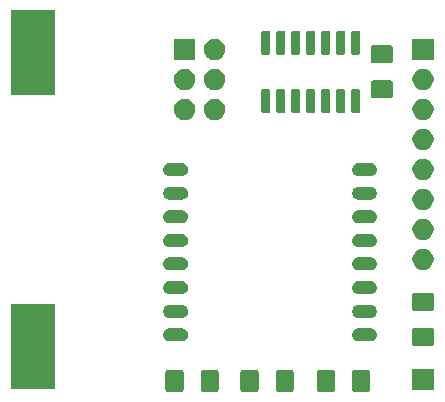
<source format=gbr>
G04 #@! TF.GenerationSoftware,KiCad,Pcbnew,5.1.5*
G04 #@! TF.CreationDate,2020-01-01T11:05:53+01:00*
G04 #@! TF.ProjectId,LORA_ATTINY84,4c4f5241-5f41-4545-9449-4e5938342e6b,rev?*
G04 #@! TF.SameCoordinates,Original*
G04 #@! TF.FileFunction,Soldermask,Top*
G04 #@! TF.FilePolarity,Negative*
%FSLAX46Y46*%
G04 Gerber Fmt 4.6, Leading zero omitted, Abs format (unit mm)*
G04 Created by KiCad (PCBNEW 5.1.5) date 2020-01-01 11:05:53*
%MOMM*%
%LPD*%
G04 APERTURE LIST*
%ADD10C,0.100000*%
G04 APERTURE END LIST*
D10*
G36*
X78427562Y-75405181D02*
G01*
X78462481Y-75415774D01*
X78494663Y-75432976D01*
X78522873Y-75456127D01*
X78546024Y-75484337D01*
X78563226Y-75516519D01*
X78573819Y-75551438D01*
X78578000Y-75593895D01*
X78578000Y-77060105D01*
X78573819Y-77102562D01*
X78563226Y-77137481D01*
X78546024Y-77169663D01*
X78522873Y-77197873D01*
X78494663Y-77221024D01*
X78462481Y-77238226D01*
X78427562Y-77248819D01*
X78385105Y-77253000D01*
X77243895Y-77253000D01*
X77201438Y-77248819D01*
X77166519Y-77238226D01*
X77134337Y-77221024D01*
X77106127Y-77197873D01*
X77082976Y-77169663D01*
X77065774Y-77137481D01*
X77055181Y-77102562D01*
X77051000Y-77060105D01*
X77051000Y-75593895D01*
X77055181Y-75551438D01*
X77065774Y-75516519D01*
X77082976Y-75484337D01*
X77106127Y-75456127D01*
X77134337Y-75432976D01*
X77166519Y-75415774D01*
X77201438Y-75405181D01*
X77243895Y-75401000D01*
X78385105Y-75401000D01*
X78427562Y-75405181D01*
G37*
G36*
X81929562Y-75405181D02*
G01*
X81964481Y-75415774D01*
X81996663Y-75432976D01*
X82024873Y-75456127D01*
X82048024Y-75484337D01*
X82065226Y-75516519D01*
X82075819Y-75551438D01*
X82080000Y-75593895D01*
X82080000Y-77060105D01*
X82075819Y-77102562D01*
X82065226Y-77137481D01*
X82048024Y-77169663D01*
X82024873Y-77197873D01*
X81996663Y-77221024D01*
X81964481Y-77238226D01*
X81929562Y-77248819D01*
X81887105Y-77253000D01*
X80745895Y-77253000D01*
X80703438Y-77248819D01*
X80668519Y-77238226D01*
X80636337Y-77221024D01*
X80608127Y-77197873D01*
X80584976Y-77169663D01*
X80567774Y-77137481D01*
X80557181Y-77102562D01*
X80553000Y-77060105D01*
X80553000Y-75593895D01*
X80557181Y-75551438D01*
X80567774Y-75516519D01*
X80584976Y-75484337D01*
X80608127Y-75456127D01*
X80636337Y-75432976D01*
X80668519Y-75415774D01*
X80703438Y-75405181D01*
X80745895Y-75401000D01*
X81887105Y-75401000D01*
X81929562Y-75405181D01*
G37*
G36*
X84904562Y-75405181D02*
G01*
X84939481Y-75415774D01*
X84971663Y-75432976D01*
X84999873Y-75456127D01*
X85023024Y-75484337D01*
X85040226Y-75516519D01*
X85050819Y-75551438D01*
X85055000Y-75593895D01*
X85055000Y-77060105D01*
X85050819Y-77102562D01*
X85040226Y-77137481D01*
X85023024Y-77169663D01*
X84999873Y-77197873D01*
X84971663Y-77221024D01*
X84939481Y-77238226D01*
X84904562Y-77248819D01*
X84862105Y-77253000D01*
X83720895Y-77253000D01*
X83678438Y-77248819D01*
X83643519Y-77238226D01*
X83611337Y-77221024D01*
X83583127Y-77197873D01*
X83559976Y-77169663D01*
X83542774Y-77137481D01*
X83532181Y-77102562D01*
X83528000Y-77060105D01*
X83528000Y-75593895D01*
X83532181Y-75551438D01*
X83542774Y-75516519D01*
X83559976Y-75484337D01*
X83583127Y-75456127D01*
X83611337Y-75432976D01*
X83643519Y-75415774D01*
X83678438Y-75405181D01*
X83720895Y-75401000D01*
X84862105Y-75401000D01*
X84904562Y-75405181D01*
G37*
G36*
X69102562Y-75405181D02*
G01*
X69137481Y-75415774D01*
X69169663Y-75432976D01*
X69197873Y-75456127D01*
X69221024Y-75484337D01*
X69238226Y-75516519D01*
X69248819Y-75551438D01*
X69253000Y-75593895D01*
X69253000Y-77060105D01*
X69248819Y-77102562D01*
X69238226Y-77137481D01*
X69221024Y-77169663D01*
X69197873Y-77197873D01*
X69169663Y-77221024D01*
X69137481Y-77238226D01*
X69102562Y-77248819D01*
X69060105Y-77253000D01*
X67918895Y-77253000D01*
X67876438Y-77248819D01*
X67841519Y-77238226D01*
X67809337Y-77221024D01*
X67781127Y-77197873D01*
X67757976Y-77169663D01*
X67740774Y-77137481D01*
X67730181Y-77102562D01*
X67726000Y-77060105D01*
X67726000Y-75593895D01*
X67730181Y-75551438D01*
X67740774Y-75516519D01*
X67757976Y-75484337D01*
X67781127Y-75456127D01*
X67809337Y-75432976D01*
X67841519Y-75415774D01*
X67876438Y-75405181D01*
X67918895Y-75401000D01*
X69060105Y-75401000D01*
X69102562Y-75405181D01*
G37*
G36*
X75452562Y-75405181D02*
G01*
X75487481Y-75415774D01*
X75519663Y-75432976D01*
X75547873Y-75456127D01*
X75571024Y-75484337D01*
X75588226Y-75516519D01*
X75598819Y-75551438D01*
X75603000Y-75593895D01*
X75603000Y-77060105D01*
X75598819Y-77102562D01*
X75588226Y-77137481D01*
X75571024Y-77169663D01*
X75547873Y-77197873D01*
X75519663Y-77221024D01*
X75487481Y-77238226D01*
X75452562Y-77248819D01*
X75410105Y-77253000D01*
X74268895Y-77253000D01*
X74226438Y-77248819D01*
X74191519Y-77238226D01*
X74159337Y-77221024D01*
X74131127Y-77197873D01*
X74107976Y-77169663D01*
X74090774Y-77137481D01*
X74080181Y-77102562D01*
X74076000Y-77060105D01*
X74076000Y-75593895D01*
X74080181Y-75551438D01*
X74090774Y-75516519D01*
X74107976Y-75484337D01*
X74131127Y-75456127D01*
X74159337Y-75432976D01*
X74191519Y-75415774D01*
X74226438Y-75405181D01*
X74268895Y-75401000D01*
X75410105Y-75401000D01*
X75452562Y-75405181D01*
G37*
G36*
X72077562Y-75405181D02*
G01*
X72112481Y-75415774D01*
X72144663Y-75432976D01*
X72172873Y-75456127D01*
X72196024Y-75484337D01*
X72213226Y-75516519D01*
X72223819Y-75551438D01*
X72228000Y-75593895D01*
X72228000Y-77060105D01*
X72223819Y-77102562D01*
X72213226Y-77137481D01*
X72196024Y-77169663D01*
X72172873Y-77197873D01*
X72144663Y-77221024D01*
X72112481Y-77238226D01*
X72077562Y-77248819D01*
X72035105Y-77253000D01*
X70893895Y-77253000D01*
X70851438Y-77248819D01*
X70816519Y-77238226D01*
X70784337Y-77221024D01*
X70756127Y-77197873D01*
X70732976Y-77169663D01*
X70715774Y-77137481D01*
X70705181Y-77102562D01*
X70701000Y-77060105D01*
X70701000Y-75593895D01*
X70705181Y-75551438D01*
X70715774Y-75516519D01*
X70732976Y-75484337D01*
X70756127Y-75456127D01*
X70784337Y-75432976D01*
X70816519Y-75415774D01*
X70851438Y-75405181D01*
X70893895Y-75401000D01*
X72035105Y-75401000D01*
X72077562Y-75405181D01*
G37*
G36*
X90436000Y-77101000D02*
G01*
X88634000Y-77101000D01*
X88634000Y-75299000D01*
X90436000Y-75299000D01*
X90436000Y-77101000D01*
G37*
G36*
X58366000Y-77007000D02*
G01*
X54664000Y-77007000D01*
X54664000Y-69805000D01*
X58366000Y-69805000D01*
X58366000Y-77007000D01*
G37*
G36*
X90310562Y-71848181D02*
G01*
X90345481Y-71858774D01*
X90377663Y-71875976D01*
X90405873Y-71899127D01*
X90429024Y-71927337D01*
X90446226Y-71959519D01*
X90456819Y-71994438D01*
X90461000Y-72036895D01*
X90461000Y-73178105D01*
X90456819Y-73220562D01*
X90446226Y-73255481D01*
X90429024Y-73287663D01*
X90405873Y-73315873D01*
X90377663Y-73339024D01*
X90345481Y-73356226D01*
X90310562Y-73366819D01*
X90268105Y-73371000D01*
X88801895Y-73371000D01*
X88759438Y-73366819D01*
X88724519Y-73356226D01*
X88692337Y-73339024D01*
X88664127Y-73315873D01*
X88640976Y-73287663D01*
X88623774Y-73255481D01*
X88613181Y-73220562D01*
X88609000Y-73178105D01*
X88609000Y-72036895D01*
X88613181Y-71994438D01*
X88623774Y-71959519D01*
X88640976Y-71927337D01*
X88664127Y-71899127D01*
X88692337Y-71875976D01*
X88724519Y-71858774D01*
X88759438Y-71848181D01*
X88801895Y-71844000D01*
X90268105Y-71844000D01*
X90310562Y-71848181D01*
G37*
G36*
X69188015Y-71876973D02*
G01*
X69291879Y-71908479D01*
X69318044Y-71922465D01*
X69387600Y-71959643D01*
X69471501Y-72028499D01*
X69540357Y-72112400D01*
X69576995Y-72180945D01*
X69591521Y-72208121D01*
X69623027Y-72311985D01*
X69633666Y-72420000D01*
X69623027Y-72528015D01*
X69591521Y-72631879D01*
X69591519Y-72631882D01*
X69540357Y-72727600D01*
X69471501Y-72811501D01*
X69387600Y-72880357D01*
X69319055Y-72916995D01*
X69291879Y-72931521D01*
X69188015Y-72963027D01*
X69107067Y-72971000D01*
X68052933Y-72971000D01*
X67971985Y-72963027D01*
X67868121Y-72931521D01*
X67840945Y-72916995D01*
X67772400Y-72880357D01*
X67688499Y-72811501D01*
X67619643Y-72727600D01*
X67568481Y-72631882D01*
X67568479Y-72631879D01*
X67536973Y-72528015D01*
X67526334Y-72420000D01*
X67536973Y-72311985D01*
X67568479Y-72208121D01*
X67583005Y-72180945D01*
X67619643Y-72112400D01*
X67688499Y-72028499D01*
X67772400Y-71959643D01*
X67841956Y-71922465D01*
X67868121Y-71908479D01*
X67971985Y-71876973D01*
X68052933Y-71869000D01*
X69107067Y-71869000D01*
X69188015Y-71876973D01*
G37*
G36*
X85188015Y-71876973D02*
G01*
X85291879Y-71908479D01*
X85318044Y-71922465D01*
X85387600Y-71959643D01*
X85471501Y-72028499D01*
X85540357Y-72112400D01*
X85576995Y-72180945D01*
X85591521Y-72208121D01*
X85623027Y-72311985D01*
X85633666Y-72420000D01*
X85623027Y-72528015D01*
X85591521Y-72631879D01*
X85591519Y-72631882D01*
X85540357Y-72727600D01*
X85471501Y-72811501D01*
X85387600Y-72880357D01*
X85319055Y-72916995D01*
X85291879Y-72931521D01*
X85188015Y-72963027D01*
X85107067Y-72971000D01*
X84052933Y-72971000D01*
X83971985Y-72963027D01*
X83868121Y-72931521D01*
X83840945Y-72916995D01*
X83772400Y-72880357D01*
X83688499Y-72811501D01*
X83619643Y-72727600D01*
X83568481Y-72631882D01*
X83568479Y-72631879D01*
X83536973Y-72528015D01*
X83526334Y-72420000D01*
X83536973Y-72311985D01*
X83568479Y-72208121D01*
X83583005Y-72180945D01*
X83619643Y-72112400D01*
X83688499Y-72028499D01*
X83772400Y-71959643D01*
X83841956Y-71922465D01*
X83868121Y-71908479D01*
X83971985Y-71876973D01*
X84052933Y-71869000D01*
X85107067Y-71869000D01*
X85188015Y-71876973D01*
G37*
G36*
X69188015Y-69876973D02*
G01*
X69291879Y-69908479D01*
X69319055Y-69923005D01*
X69387600Y-69959643D01*
X69471501Y-70028499D01*
X69540357Y-70112400D01*
X69548751Y-70128105D01*
X69591521Y-70208121D01*
X69623027Y-70311985D01*
X69633666Y-70420000D01*
X69623027Y-70528015D01*
X69591521Y-70631879D01*
X69591519Y-70631882D01*
X69540357Y-70727600D01*
X69471501Y-70811501D01*
X69387600Y-70880357D01*
X69319055Y-70916995D01*
X69291879Y-70931521D01*
X69188015Y-70963027D01*
X69107067Y-70971000D01*
X68052933Y-70971000D01*
X67971985Y-70963027D01*
X67868121Y-70931521D01*
X67840945Y-70916995D01*
X67772400Y-70880357D01*
X67688499Y-70811501D01*
X67619643Y-70727600D01*
X67568481Y-70631882D01*
X67568479Y-70631879D01*
X67536973Y-70528015D01*
X67526334Y-70420000D01*
X67536973Y-70311985D01*
X67568479Y-70208121D01*
X67611249Y-70128105D01*
X67619643Y-70112400D01*
X67688499Y-70028499D01*
X67772400Y-69959643D01*
X67840945Y-69923005D01*
X67868121Y-69908479D01*
X67971985Y-69876973D01*
X68052933Y-69869000D01*
X69107067Y-69869000D01*
X69188015Y-69876973D01*
G37*
G36*
X85188015Y-69876973D02*
G01*
X85291879Y-69908479D01*
X85319055Y-69923005D01*
X85387600Y-69959643D01*
X85471501Y-70028499D01*
X85540357Y-70112400D01*
X85548751Y-70128105D01*
X85591521Y-70208121D01*
X85623027Y-70311985D01*
X85633666Y-70420000D01*
X85623027Y-70528015D01*
X85591521Y-70631879D01*
X85591519Y-70631882D01*
X85540357Y-70727600D01*
X85471501Y-70811501D01*
X85387600Y-70880357D01*
X85319055Y-70916995D01*
X85291879Y-70931521D01*
X85188015Y-70963027D01*
X85107067Y-70971000D01*
X84052933Y-70971000D01*
X83971985Y-70963027D01*
X83868121Y-70931521D01*
X83840945Y-70916995D01*
X83772400Y-70880357D01*
X83688499Y-70811501D01*
X83619643Y-70727600D01*
X83568481Y-70631882D01*
X83568479Y-70631879D01*
X83536973Y-70528015D01*
X83526334Y-70420000D01*
X83536973Y-70311985D01*
X83568479Y-70208121D01*
X83611249Y-70128105D01*
X83619643Y-70112400D01*
X83688499Y-70028499D01*
X83772400Y-69959643D01*
X83840945Y-69923005D01*
X83868121Y-69908479D01*
X83971985Y-69876973D01*
X84052933Y-69869000D01*
X85107067Y-69869000D01*
X85188015Y-69876973D01*
G37*
G36*
X90310562Y-68873181D02*
G01*
X90345481Y-68883774D01*
X90377663Y-68900976D01*
X90405873Y-68924127D01*
X90429024Y-68952337D01*
X90446226Y-68984519D01*
X90456819Y-69019438D01*
X90461000Y-69061895D01*
X90461000Y-70203105D01*
X90456819Y-70245562D01*
X90446226Y-70280481D01*
X90429024Y-70312663D01*
X90405873Y-70340873D01*
X90377663Y-70364024D01*
X90345481Y-70381226D01*
X90310562Y-70391819D01*
X90268105Y-70396000D01*
X88801895Y-70396000D01*
X88759438Y-70391819D01*
X88724519Y-70381226D01*
X88692337Y-70364024D01*
X88664127Y-70340873D01*
X88640976Y-70312663D01*
X88623774Y-70280481D01*
X88613181Y-70245562D01*
X88609000Y-70203105D01*
X88609000Y-69061895D01*
X88613181Y-69019438D01*
X88623774Y-68984519D01*
X88640976Y-68952337D01*
X88664127Y-68924127D01*
X88692337Y-68900976D01*
X88724519Y-68883774D01*
X88759438Y-68873181D01*
X88801895Y-68869000D01*
X90268105Y-68869000D01*
X90310562Y-68873181D01*
G37*
G36*
X85188015Y-67876973D02*
G01*
X85291879Y-67908479D01*
X85319055Y-67923005D01*
X85387600Y-67959643D01*
X85471501Y-68028499D01*
X85540357Y-68112400D01*
X85576995Y-68180945D01*
X85591521Y-68208121D01*
X85623027Y-68311985D01*
X85633666Y-68420000D01*
X85623027Y-68528015D01*
X85591521Y-68631879D01*
X85591519Y-68631882D01*
X85540357Y-68727600D01*
X85471501Y-68811501D01*
X85387600Y-68880357D01*
X85324381Y-68914148D01*
X85291879Y-68931521D01*
X85188015Y-68963027D01*
X85107067Y-68971000D01*
X84052933Y-68971000D01*
X83971985Y-68963027D01*
X83868121Y-68931521D01*
X83835619Y-68914148D01*
X83772400Y-68880357D01*
X83688499Y-68811501D01*
X83619643Y-68727600D01*
X83568481Y-68631882D01*
X83568479Y-68631879D01*
X83536973Y-68528015D01*
X83526334Y-68420000D01*
X83536973Y-68311985D01*
X83568479Y-68208121D01*
X83583005Y-68180945D01*
X83619643Y-68112400D01*
X83688499Y-68028499D01*
X83772400Y-67959643D01*
X83840945Y-67923005D01*
X83868121Y-67908479D01*
X83971985Y-67876973D01*
X84052933Y-67869000D01*
X85107067Y-67869000D01*
X85188015Y-67876973D01*
G37*
G36*
X69188015Y-67876973D02*
G01*
X69291879Y-67908479D01*
X69319055Y-67923005D01*
X69387600Y-67959643D01*
X69471501Y-68028499D01*
X69540357Y-68112400D01*
X69576995Y-68180945D01*
X69591521Y-68208121D01*
X69623027Y-68311985D01*
X69633666Y-68420000D01*
X69623027Y-68528015D01*
X69591521Y-68631879D01*
X69591519Y-68631882D01*
X69540357Y-68727600D01*
X69471501Y-68811501D01*
X69387600Y-68880357D01*
X69324381Y-68914148D01*
X69291879Y-68931521D01*
X69188015Y-68963027D01*
X69107067Y-68971000D01*
X68052933Y-68971000D01*
X67971985Y-68963027D01*
X67868121Y-68931521D01*
X67835619Y-68914148D01*
X67772400Y-68880357D01*
X67688499Y-68811501D01*
X67619643Y-68727600D01*
X67568481Y-68631882D01*
X67568479Y-68631879D01*
X67536973Y-68528015D01*
X67526334Y-68420000D01*
X67536973Y-68311985D01*
X67568479Y-68208121D01*
X67583005Y-68180945D01*
X67619643Y-68112400D01*
X67688499Y-68028499D01*
X67772400Y-67959643D01*
X67840945Y-67923005D01*
X67868121Y-67908479D01*
X67971985Y-67876973D01*
X68052933Y-67869000D01*
X69107067Y-67869000D01*
X69188015Y-67876973D01*
G37*
G36*
X85188015Y-65876973D02*
G01*
X85291879Y-65908479D01*
X85319055Y-65923005D01*
X85387600Y-65959643D01*
X85471501Y-66028499D01*
X85540357Y-66112400D01*
X85576995Y-66180945D01*
X85591521Y-66208121D01*
X85623027Y-66311985D01*
X85633666Y-66420000D01*
X85623027Y-66528015D01*
X85591521Y-66631879D01*
X85591519Y-66631882D01*
X85540357Y-66727600D01*
X85471501Y-66811501D01*
X85387600Y-66880357D01*
X85319055Y-66916995D01*
X85291879Y-66931521D01*
X85188015Y-66963027D01*
X85107067Y-66971000D01*
X84052933Y-66971000D01*
X83971985Y-66963027D01*
X83868121Y-66931521D01*
X83840945Y-66916995D01*
X83772400Y-66880357D01*
X83688499Y-66811501D01*
X83619643Y-66727600D01*
X83568481Y-66631882D01*
X83568479Y-66631879D01*
X83536973Y-66528015D01*
X83526334Y-66420000D01*
X83536973Y-66311985D01*
X83568479Y-66208121D01*
X83583005Y-66180945D01*
X83619643Y-66112400D01*
X83688499Y-66028499D01*
X83772400Y-65959643D01*
X83840945Y-65923005D01*
X83868121Y-65908479D01*
X83971985Y-65876973D01*
X84052933Y-65869000D01*
X85107067Y-65869000D01*
X85188015Y-65876973D01*
G37*
G36*
X69188015Y-65876973D02*
G01*
X69291879Y-65908479D01*
X69319055Y-65923005D01*
X69387600Y-65959643D01*
X69471501Y-66028499D01*
X69540357Y-66112400D01*
X69576995Y-66180945D01*
X69591521Y-66208121D01*
X69623027Y-66311985D01*
X69633666Y-66420000D01*
X69623027Y-66528015D01*
X69591521Y-66631879D01*
X69591519Y-66631882D01*
X69540357Y-66727600D01*
X69471501Y-66811501D01*
X69387600Y-66880357D01*
X69319055Y-66916995D01*
X69291879Y-66931521D01*
X69188015Y-66963027D01*
X69107067Y-66971000D01*
X68052933Y-66971000D01*
X67971985Y-66963027D01*
X67868121Y-66931521D01*
X67840945Y-66916995D01*
X67772400Y-66880357D01*
X67688499Y-66811501D01*
X67619643Y-66727600D01*
X67568481Y-66631882D01*
X67568479Y-66631879D01*
X67536973Y-66528015D01*
X67526334Y-66420000D01*
X67536973Y-66311985D01*
X67568479Y-66208121D01*
X67583005Y-66180945D01*
X67619643Y-66112400D01*
X67688499Y-66028499D01*
X67772400Y-65959643D01*
X67840945Y-65923005D01*
X67868121Y-65908479D01*
X67971985Y-65876973D01*
X68052933Y-65869000D01*
X69107067Y-65869000D01*
X69188015Y-65876973D01*
G37*
G36*
X89648512Y-65143927D02*
G01*
X89797812Y-65173624D01*
X89961784Y-65241544D01*
X90109354Y-65340147D01*
X90234853Y-65465646D01*
X90333456Y-65613216D01*
X90401376Y-65777188D01*
X90436000Y-65951259D01*
X90436000Y-66128741D01*
X90401376Y-66302812D01*
X90333456Y-66466784D01*
X90234853Y-66614354D01*
X90109354Y-66739853D01*
X89961784Y-66838456D01*
X89797812Y-66906376D01*
X89648512Y-66936073D01*
X89623742Y-66941000D01*
X89446258Y-66941000D01*
X89421488Y-66936073D01*
X89272188Y-66906376D01*
X89108216Y-66838456D01*
X88960646Y-66739853D01*
X88835147Y-66614354D01*
X88736544Y-66466784D01*
X88668624Y-66302812D01*
X88634000Y-66128741D01*
X88634000Y-65951259D01*
X88668624Y-65777188D01*
X88736544Y-65613216D01*
X88835147Y-65465646D01*
X88960646Y-65340147D01*
X89108216Y-65241544D01*
X89272188Y-65173624D01*
X89421488Y-65143927D01*
X89446258Y-65139000D01*
X89623742Y-65139000D01*
X89648512Y-65143927D01*
G37*
G36*
X85188015Y-63876973D02*
G01*
X85291879Y-63908479D01*
X85319055Y-63923005D01*
X85387600Y-63959643D01*
X85471501Y-64028499D01*
X85540357Y-64112400D01*
X85576995Y-64180945D01*
X85591521Y-64208121D01*
X85623027Y-64311985D01*
X85633666Y-64420000D01*
X85623027Y-64528015D01*
X85591521Y-64631879D01*
X85591519Y-64631882D01*
X85540357Y-64727600D01*
X85471501Y-64811501D01*
X85387600Y-64880357D01*
X85319055Y-64916995D01*
X85291879Y-64931521D01*
X85188015Y-64963027D01*
X85107067Y-64971000D01*
X84052933Y-64971000D01*
X83971985Y-64963027D01*
X83868121Y-64931521D01*
X83840945Y-64916995D01*
X83772400Y-64880357D01*
X83688499Y-64811501D01*
X83619643Y-64727600D01*
X83568481Y-64631882D01*
X83568479Y-64631879D01*
X83536973Y-64528015D01*
X83526334Y-64420000D01*
X83536973Y-64311985D01*
X83568479Y-64208121D01*
X83583005Y-64180945D01*
X83619643Y-64112400D01*
X83688499Y-64028499D01*
X83772400Y-63959643D01*
X83840945Y-63923005D01*
X83868121Y-63908479D01*
X83971985Y-63876973D01*
X84052933Y-63869000D01*
X85107067Y-63869000D01*
X85188015Y-63876973D01*
G37*
G36*
X69188015Y-63876973D02*
G01*
X69291879Y-63908479D01*
X69319055Y-63923005D01*
X69387600Y-63959643D01*
X69471501Y-64028499D01*
X69540357Y-64112400D01*
X69576995Y-64180945D01*
X69591521Y-64208121D01*
X69623027Y-64311985D01*
X69633666Y-64420000D01*
X69623027Y-64528015D01*
X69591521Y-64631879D01*
X69591519Y-64631882D01*
X69540357Y-64727600D01*
X69471501Y-64811501D01*
X69387600Y-64880357D01*
X69319055Y-64916995D01*
X69291879Y-64931521D01*
X69188015Y-64963027D01*
X69107067Y-64971000D01*
X68052933Y-64971000D01*
X67971985Y-64963027D01*
X67868121Y-64931521D01*
X67840945Y-64916995D01*
X67772400Y-64880357D01*
X67688499Y-64811501D01*
X67619643Y-64727600D01*
X67568481Y-64631882D01*
X67568479Y-64631879D01*
X67536973Y-64528015D01*
X67526334Y-64420000D01*
X67536973Y-64311985D01*
X67568479Y-64208121D01*
X67583005Y-64180945D01*
X67619643Y-64112400D01*
X67688499Y-64028499D01*
X67772400Y-63959643D01*
X67840945Y-63923005D01*
X67868121Y-63908479D01*
X67971985Y-63876973D01*
X68052933Y-63869000D01*
X69107067Y-63869000D01*
X69188015Y-63876973D01*
G37*
G36*
X89648512Y-62603927D02*
G01*
X89797812Y-62633624D01*
X89961784Y-62701544D01*
X90109354Y-62800147D01*
X90234853Y-62925646D01*
X90333456Y-63073216D01*
X90401376Y-63237188D01*
X90436000Y-63411259D01*
X90436000Y-63588741D01*
X90401376Y-63762812D01*
X90333456Y-63926784D01*
X90234853Y-64074354D01*
X90109354Y-64199853D01*
X89961784Y-64298456D01*
X89797812Y-64366376D01*
X89648512Y-64396073D01*
X89623742Y-64401000D01*
X89446258Y-64401000D01*
X89421488Y-64396073D01*
X89272188Y-64366376D01*
X89108216Y-64298456D01*
X88960646Y-64199853D01*
X88835147Y-64074354D01*
X88736544Y-63926784D01*
X88668624Y-63762812D01*
X88634000Y-63588741D01*
X88634000Y-63411259D01*
X88668624Y-63237188D01*
X88736544Y-63073216D01*
X88835147Y-62925646D01*
X88960646Y-62800147D01*
X89108216Y-62701544D01*
X89272188Y-62633624D01*
X89421488Y-62603927D01*
X89446258Y-62599000D01*
X89623742Y-62599000D01*
X89648512Y-62603927D01*
G37*
G36*
X69188015Y-61876973D02*
G01*
X69291879Y-61908479D01*
X69319055Y-61923005D01*
X69387600Y-61959643D01*
X69471501Y-62028499D01*
X69540357Y-62112400D01*
X69576995Y-62180945D01*
X69591521Y-62208121D01*
X69623027Y-62311985D01*
X69633666Y-62420000D01*
X69623027Y-62528015D01*
X69591521Y-62631879D01*
X69576995Y-62659055D01*
X69540357Y-62727600D01*
X69471501Y-62811501D01*
X69387600Y-62880357D01*
X69319055Y-62916995D01*
X69291879Y-62931521D01*
X69188015Y-62963027D01*
X69107067Y-62971000D01*
X68052933Y-62971000D01*
X67971985Y-62963027D01*
X67868121Y-62931521D01*
X67840945Y-62916995D01*
X67772400Y-62880357D01*
X67688499Y-62811501D01*
X67619643Y-62727600D01*
X67583005Y-62659055D01*
X67568479Y-62631879D01*
X67536973Y-62528015D01*
X67526334Y-62420000D01*
X67536973Y-62311985D01*
X67568479Y-62208121D01*
X67583005Y-62180945D01*
X67619643Y-62112400D01*
X67688499Y-62028499D01*
X67772400Y-61959643D01*
X67840945Y-61923005D01*
X67868121Y-61908479D01*
X67971985Y-61876973D01*
X68052933Y-61869000D01*
X69107067Y-61869000D01*
X69188015Y-61876973D01*
G37*
G36*
X85188015Y-61876973D02*
G01*
X85291879Y-61908479D01*
X85319055Y-61923005D01*
X85387600Y-61959643D01*
X85471501Y-62028499D01*
X85540357Y-62112400D01*
X85576995Y-62180945D01*
X85591521Y-62208121D01*
X85623027Y-62311985D01*
X85633666Y-62420000D01*
X85623027Y-62528015D01*
X85591521Y-62631879D01*
X85576995Y-62659055D01*
X85540357Y-62727600D01*
X85471501Y-62811501D01*
X85387600Y-62880357D01*
X85319055Y-62916995D01*
X85291879Y-62931521D01*
X85188015Y-62963027D01*
X85107067Y-62971000D01*
X84052933Y-62971000D01*
X83971985Y-62963027D01*
X83868121Y-62931521D01*
X83840945Y-62916995D01*
X83772400Y-62880357D01*
X83688499Y-62811501D01*
X83619643Y-62727600D01*
X83583005Y-62659055D01*
X83568479Y-62631879D01*
X83536973Y-62528015D01*
X83526334Y-62420000D01*
X83536973Y-62311985D01*
X83568479Y-62208121D01*
X83583005Y-62180945D01*
X83619643Y-62112400D01*
X83688499Y-62028499D01*
X83772400Y-61959643D01*
X83840945Y-61923005D01*
X83868121Y-61908479D01*
X83971985Y-61876973D01*
X84052933Y-61869000D01*
X85107067Y-61869000D01*
X85188015Y-61876973D01*
G37*
G36*
X89648512Y-60063927D02*
G01*
X89797812Y-60093624D01*
X89961784Y-60161544D01*
X90109354Y-60260147D01*
X90234853Y-60385646D01*
X90333456Y-60533216D01*
X90401376Y-60697188D01*
X90436000Y-60871259D01*
X90436000Y-61048741D01*
X90401376Y-61222812D01*
X90333456Y-61386784D01*
X90234853Y-61534354D01*
X90109354Y-61659853D01*
X89961784Y-61758456D01*
X89797812Y-61826376D01*
X89648512Y-61856073D01*
X89623742Y-61861000D01*
X89446258Y-61861000D01*
X89421488Y-61856073D01*
X89272188Y-61826376D01*
X89108216Y-61758456D01*
X88960646Y-61659853D01*
X88835147Y-61534354D01*
X88736544Y-61386784D01*
X88668624Y-61222812D01*
X88634000Y-61048741D01*
X88634000Y-60871259D01*
X88668624Y-60697188D01*
X88736544Y-60533216D01*
X88835147Y-60385646D01*
X88960646Y-60260147D01*
X89108216Y-60161544D01*
X89272188Y-60093624D01*
X89421488Y-60063927D01*
X89446258Y-60059000D01*
X89623742Y-60059000D01*
X89648512Y-60063927D01*
G37*
G36*
X85188015Y-59876973D02*
G01*
X85291879Y-59908479D01*
X85319055Y-59923005D01*
X85387600Y-59959643D01*
X85471501Y-60028499D01*
X85540357Y-60112400D01*
X85566625Y-60161544D01*
X85591521Y-60208121D01*
X85623027Y-60311985D01*
X85633666Y-60420000D01*
X85623027Y-60528015D01*
X85591521Y-60631879D01*
X85591519Y-60631882D01*
X85540357Y-60727600D01*
X85471501Y-60811501D01*
X85387600Y-60880357D01*
X85319055Y-60916995D01*
X85291879Y-60931521D01*
X85188015Y-60963027D01*
X85107067Y-60971000D01*
X84052933Y-60971000D01*
X83971985Y-60963027D01*
X83868121Y-60931521D01*
X83840945Y-60916995D01*
X83772400Y-60880357D01*
X83688499Y-60811501D01*
X83619643Y-60727600D01*
X83568481Y-60631882D01*
X83568479Y-60631879D01*
X83536973Y-60528015D01*
X83526334Y-60420000D01*
X83536973Y-60311985D01*
X83568479Y-60208121D01*
X83593375Y-60161544D01*
X83619643Y-60112400D01*
X83688499Y-60028499D01*
X83772400Y-59959643D01*
X83840945Y-59923005D01*
X83868121Y-59908479D01*
X83971985Y-59876973D01*
X84052933Y-59869000D01*
X85107067Y-59869000D01*
X85188015Y-59876973D01*
G37*
G36*
X69188015Y-59876973D02*
G01*
X69291879Y-59908479D01*
X69319055Y-59923005D01*
X69387600Y-59959643D01*
X69471501Y-60028499D01*
X69540357Y-60112400D01*
X69566625Y-60161544D01*
X69591521Y-60208121D01*
X69623027Y-60311985D01*
X69633666Y-60420000D01*
X69623027Y-60528015D01*
X69591521Y-60631879D01*
X69591519Y-60631882D01*
X69540357Y-60727600D01*
X69471501Y-60811501D01*
X69387600Y-60880357D01*
X69319055Y-60916995D01*
X69291879Y-60931521D01*
X69188015Y-60963027D01*
X69107067Y-60971000D01*
X68052933Y-60971000D01*
X67971985Y-60963027D01*
X67868121Y-60931521D01*
X67840945Y-60916995D01*
X67772400Y-60880357D01*
X67688499Y-60811501D01*
X67619643Y-60727600D01*
X67568481Y-60631882D01*
X67568479Y-60631879D01*
X67536973Y-60528015D01*
X67526334Y-60420000D01*
X67536973Y-60311985D01*
X67568479Y-60208121D01*
X67593375Y-60161544D01*
X67619643Y-60112400D01*
X67688499Y-60028499D01*
X67772400Y-59959643D01*
X67840945Y-59923005D01*
X67868121Y-59908479D01*
X67971985Y-59876973D01*
X68052933Y-59869000D01*
X69107067Y-59869000D01*
X69188015Y-59876973D01*
G37*
G36*
X89648512Y-57523927D02*
G01*
X89797812Y-57553624D01*
X89961784Y-57621544D01*
X90109354Y-57720147D01*
X90234853Y-57845646D01*
X90333456Y-57993216D01*
X90401376Y-58157188D01*
X90436000Y-58331259D01*
X90436000Y-58508741D01*
X90401376Y-58682812D01*
X90333456Y-58846784D01*
X90234853Y-58994354D01*
X90109354Y-59119853D01*
X89961784Y-59218456D01*
X89797812Y-59286376D01*
X89648512Y-59316073D01*
X89623742Y-59321000D01*
X89446258Y-59321000D01*
X89421488Y-59316073D01*
X89272188Y-59286376D01*
X89108216Y-59218456D01*
X88960646Y-59119853D01*
X88835147Y-58994354D01*
X88736544Y-58846784D01*
X88668624Y-58682812D01*
X88634000Y-58508741D01*
X88634000Y-58331259D01*
X88668624Y-58157188D01*
X88736544Y-57993216D01*
X88835147Y-57845646D01*
X88960646Y-57720147D01*
X89108216Y-57621544D01*
X89272188Y-57553624D01*
X89421488Y-57523927D01*
X89446258Y-57519000D01*
X89623742Y-57519000D01*
X89648512Y-57523927D01*
G37*
G36*
X69188015Y-57876973D02*
G01*
X69291879Y-57908479D01*
X69319055Y-57923005D01*
X69387600Y-57959643D01*
X69471501Y-58028499D01*
X69540357Y-58112400D01*
X69564297Y-58157189D01*
X69591521Y-58208121D01*
X69623027Y-58311985D01*
X69633666Y-58420000D01*
X69623027Y-58528015D01*
X69591521Y-58631879D01*
X69591519Y-58631882D01*
X69540357Y-58727600D01*
X69471501Y-58811501D01*
X69387600Y-58880357D01*
X69319055Y-58916995D01*
X69291879Y-58931521D01*
X69188015Y-58963027D01*
X69107067Y-58971000D01*
X68052933Y-58971000D01*
X67971985Y-58963027D01*
X67868121Y-58931521D01*
X67840945Y-58916995D01*
X67772400Y-58880357D01*
X67688499Y-58811501D01*
X67619643Y-58727600D01*
X67568481Y-58631882D01*
X67568479Y-58631879D01*
X67536973Y-58528015D01*
X67526334Y-58420000D01*
X67536973Y-58311985D01*
X67568479Y-58208121D01*
X67595703Y-58157189D01*
X67619643Y-58112400D01*
X67688499Y-58028499D01*
X67772400Y-57959643D01*
X67840945Y-57923005D01*
X67868121Y-57908479D01*
X67971985Y-57876973D01*
X68052933Y-57869000D01*
X69107067Y-57869000D01*
X69188015Y-57876973D01*
G37*
G36*
X85188015Y-57876973D02*
G01*
X85291879Y-57908479D01*
X85319055Y-57923005D01*
X85387600Y-57959643D01*
X85471501Y-58028499D01*
X85540357Y-58112400D01*
X85564297Y-58157189D01*
X85591521Y-58208121D01*
X85623027Y-58311985D01*
X85633666Y-58420000D01*
X85623027Y-58528015D01*
X85591521Y-58631879D01*
X85591519Y-58631882D01*
X85540357Y-58727600D01*
X85471501Y-58811501D01*
X85387600Y-58880357D01*
X85319055Y-58916995D01*
X85291879Y-58931521D01*
X85188015Y-58963027D01*
X85107067Y-58971000D01*
X84052933Y-58971000D01*
X83971985Y-58963027D01*
X83868121Y-58931521D01*
X83840945Y-58916995D01*
X83772400Y-58880357D01*
X83688499Y-58811501D01*
X83619643Y-58727600D01*
X83568481Y-58631882D01*
X83568479Y-58631879D01*
X83536973Y-58528015D01*
X83526334Y-58420000D01*
X83536973Y-58311985D01*
X83568479Y-58208121D01*
X83595703Y-58157189D01*
X83619643Y-58112400D01*
X83688499Y-58028499D01*
X83772400Y-57959643D01*
X83840945Y-57923005D01*
X83868121Y-57908479D01*
X83971985Y-57876973D01*
X84052933Y-57869000D01*
X85107067Y-57869000D01*
X85188015Y-57876973D01*
G37*
G36*
X89648512Y-54983927D02*
G01*
X89797812Y-55013624D01*
X89961784Y-55081544D01*
X90109354Y-55180147D01*
X90234853Y-55305646D01*
X90333456Y-55453216D01*
X90401376Y-55617188D01*
X90436000Y-55791259D01*
X90436000Y-55968741D01*
X90401376Y-56142812D01*
X90333456Y-56306784D01*
X90234853Y-56454354D01*
X90109354Y-56579853D01*
X89961784Y-56678456D01*
X89797812Y-56746376D01*
X89648512Y-56776073D01*
X89623742Y-56781000D01*
X89446258Y-56781000D01*
X89421488Y-56776073D01*
X89272188Y-56746376D01*
X89108216Y-56678456D01*
X88960646Y-56579853D01*
X88835147Y-56454354D01*
X88736544Y-56306784D01*
X88668624Y-56142812D01*
X88634000Y-55968741D01*
X88634000Y-55791259D01*
X88668624Y-55617188D01*
X88736544Y-55453216D01*
X88835147Y-55305646D01*
X88960646Y-55180147D01*
X89108216Y-55081544D01*
X89272188Y-55013624D01*
X89421488Y-54983927D01*
X89446258Y-54979000D01*
X89623742Y-54979000D01*
X89648512Y-54983927D01*
G37*
G36*
X71995512Y-52443927D02*
G01*
X72144812Y-52473624D01*
X72308784Y-52541544D01*
X72456354Y-52640147D01*
X72581853Y-52765646D01*
X72680456Y-52913216D01*
X72748376Y-53077188D01*
X72783000Y-53251259D01*
X72783000Y-53428741D01*
X72748376Y-53602812D01*
X72680456Y-53766784D01*
X72581853Y-53914354D01*
X72456354Y-54039853D01*
X72308784Y-54138456D01*
X72144812Y-54206376D01*
X71995512Y-54236073D01*
X71970742Y-54241000D01*
X71793258Y-54241000D01*
X71768488Y-54236073D01*
X71619188Y-54206376D01*
X71455216Y-54138456D01*
X71307646Y-54039853D01*
X71182147Y-53914354D01*
X71083544Y-53766784D01*
X71015624Y-53602812D01*
X70981000Y-53428741D01*
X70981000Y-53251259D01*
X71015624Y-53077188D01*
X71083544Y-52913216D01*
X71182147Y-52765646D01*
X71307646Y-52640147D01*
X71455216Y-52541544D01*
X71619188Y-52473624D01*
X71768488Y-52443927D01*
X71793258Y-52439000D01*
X71970742Y-52439000D01*
X71995512Y-52443927D01*
G37*
G36*
X69455512Y-52443927D02*
G01*
X69604812Y-52473624D01*
X69768784Y-52541544D01*
X69916354Y-52640147D01*
X70041853Y-52765646D01*
X70140456Y-52913216D01*
X70208376Y-53077188D01*
X70243000Y-53251259D01*
X70243000Y-53428741D01*
X70208376Y-53602812D01*
X70140456Y-53766784D01*
X70041853Y-53914354D01*
X69916354Y-54039853D01*
X69768784Y-54138456D01*
X69604812Y-54206376D01*
X69455512Y-54236073D01*
X69430742Y-54241000D01*
X69253258Y-54241000D01*
X69228488Y-54236073D01*
X69079188Y-54206376D01*
X68915216Y-54138456D01*
X68767646Y-54039853D01*
X68642147Y-53914354D01*
X68543544Y-53766784D01*
X68475624Y-53602812D01*
X68441000Y-53428741D01*
X68441000Y-53251259D01*
X68475624Y-53077188D01*
X68543544Y-52913216D01*
X68642147Y-52765646D01*
X68767646Y-52640147D01*
X68915216Y-52541544D01*
X69079188Y-52473624D01*
X69228488Y-52443927D01*
X69253258Y-52439000D01*
X69430742Y-52439000D01*
X69455512Y-52443927D01*
G37*
G36*
X89648512Y-52443927D02*
G01*
X89797812Y-52473624D01*
X89961784Y-52541544D01*
X90109354Y-52640147D01*
X90234853Y-52765646D01*
X90333456Y-52913216D01*
X90401376Y-53077188D01*
X90436000Y-53251259D01*
X90436000Y-53428741D01*
X90401376Y-53602812D01*
X90333456Y-53766784D01*
X90234853Y-53914354D01*
X90109354Y-54039853D01*
X89961784Y-54138456D01*
X89797812Y-54206376D01*
X89648512Y-54236073D01*
X89623742Y-54241000D01*
X89446258Y-54241000D01*
X89421488Y-54236073D01*
X89272188Y-54206376D01*
X89108216Y-54138456D01*
X88960646Y-54039853D01*
X88835147Y-53914354D01*
X88736544Y-53766784D01*
X88668624Y-53602812D01*
X88634000Y-53428741D01*
X88634000Y-53251259D01*
X88668624Y-53077188D01*
X88736544Y-52913216D01*
X88835147Y-52765646D01*
X88960646Y-52640147D01*
X89108216Y-52541544D01*
X89272188Y-52473624D01*
X89421488Y-52443927D01*
X89446258Y-52439000D01*
X89623742Y-52439000D01*
X89648512Y-52443927D01*
G37*
G36*
X84079928Y-51616764D02*
G01*
X84101009Y-51623160D01*
X84120445Y-51633548D01*
X84137476Y-51647524D01*
X84151452Y-51664555D01*
X84161840Y-51683991D01*
X84168236Y-51705072D01*
X84171000Y-51733140D01*
X84171000Y-53546860D01*
X84168236Y-53574928D01*
X84161840Y-53596009D01*
X84151452Y-53615445D01*
X84137476Y-53632476D01*
X84120445Y-53646452D01*
X84101009Y-53656840D01*
X84079928Y-53663236D01*
X84051860Y-53666000D01*
X83588140Y-53666000D01*
X83560072Y-53663236D01*
X83538991Y-53656840D01*
X83519555Y-53646452D01*
X83502524Y-53632476D01*
X83488548Y-53615445D01*
X83478160Y-53596009D01*
X83471764Y-53574928D01*
X83469000Y-53546860D01*
X83469000Y-51733140D01*
X83471764Y-51705072D01*
X83478160Y-51683991D01*
X83488548Y-51664555D01*
X83502524Y-51647524D01*
X83519555Y-51633548D01*
X83538991Y-51623160D01*
X83560072Y-51616764D01*
X83588140Y-51614000D01*
X84051860Y-51614000D01*
X84079928Y-51616764D01*
G37*
G36*
X77729928Y-51616764D02*
G01*
X77751009Y-51623160D01*
X77770445Y-51633548D01*
X77787476Y-51647524D01*
X77801452Y-51664555D01*
X77811840Y-51683991D01*
X77818236Y-51705072D01*
X77821000Y-51733140D01*
X77821000Y-53546860D01*
X77818236Y-53574928D01*
X77811840Y-53596009D01*
X77801452Y-53615445D01*
X77787476Y-53632476D01*
X77770445Y-53646452D01*
X77751009Y-53656840D01*
X77729928Y-53663236D01*
X77701860Y-53666000D01*
X77238140Y-53666000D01*
X77210072Y-53663236D01*
X77188991Y-53656840D01*
X77169555Y-53646452D01*
X77152524Y-53632476D01*
X77138548Y-53615445D01*
X77128160Y-53596009D01*
X77121764Y-53574928D01*
X77119000Y-53546860D01*
X77119000Y-51733140D01*
X77121764Y-51705072D01*
X77128160Y-51683991D01*
X77138548Y-51664555D01*
X77152524Y-51647524D01*
X77169555Y-51633548D01*
X77188991Y-51623160D01*
X77210072Y-51616764D01*
X77238140Y-51614000D01*
X77701860Y-51614000D01*
X77729928Y-51616764D01*
G37*
G36*
X78999928Y-51616764D02*
G01*
X79021009Y-51623160D01*
X79040445Y-51633548D01*
X79057476Y-51647524D01*
X79071452Y-51664555D01*
X79081840Y-51683991D01*
X79088236Y-51705072D01*
X79091000Y-51733140D01*
X79091000Y-53546860D01*
X79088236Y-53574928D01*
X79081840Y-53596009D01*
X79071452Y-53615445D01*
X79057476Y-53632476D01*
X79040445Y-53646452D01*
X79021009Y-53656840D01*
X78999928Y-53663236D01*
X78971860Y-53666000D01*
X78508140Y-53666000D01*
X78480072Y-53663236D01*
X78458991Y-53656840D01*
X78439555Y-53646452D01*
X78422524Y-53632476D01*
X78408548Y-53615445D01*
X78398160Y-53596009D01*
X78391764Y-53574928D01*
X78389000Y-53546860D01*
X78389000Y-51733140D01*
X78391764Y-51705072D01*
X78398160Y-51683991D01*
X78408548Y-51664555D01*
X78422524Y-51647524D01*
X78439555Y-51633548D01*
X78458991Y-51623160D01*
X78480072Y-51616764D01*
X78508140Y-51614000D01*
X78971860Y-51614000D01*
X78999928Y-51616764D01*
G37*
G36*
X80269928Y-51616764D02*
G01*
X80291009Y-51623160D01*
X80310445Y-51633548D01*
X80327476Y-51647524D01*
X80341452Y-51664555D01*
X80351840Y-51683991D01*
X80358236Y-51705072D01*
X80361000Y-51733140D01*
X80361000Y-53546860D01*
X80358236Y-53574928D01*
X80351840Y-53596009D01*
X80341452Y-53615445D01*
X80327476Y-53632476D01*
X80310445Y-53646452D01*
X80291009Y-53656840D01*
X80269928Y-53663236D01*
X80241860Y-53666000D01*
X79778140Y-53666000D01*
X79750072Y-53663236D01*
X79728991Y-53656840D01*
X79709555Y-53646452D01*
X79692524Y-53632476D01*
X79678548Y-53615445D01*
X79668160Y-53596009D01*
X79661764Y-53574928D01*
X79659000Y-53546860D01*
X79659000Y-51733140D01*
X79661764Y-51705072D01*
X79668160Y-51683991D01*
X79678548Y-51664555D01*
X79692524Y-51647524D01*
X79709555Y-51633548D01*
X79728991Y-51623160D01*
X79750072Y-51616764D01*
X79778140Y-51614000D01*
X80241860Y-51614000D01*
X80269928Y-51616764D01*
G37*
G36*
X81539928Y-51616764D02*
G01*
X81561009Y-51623160D01*
X81580445Y-51633548D01*
X81597476Y-51647524D01*
X81611452Y-51664555D01*
X81621840Y-51683991D01*
X81628236Y-51705072D01*
X81631000Y-51733140D01*
X81631000Y-53546860D01*
X81628236Y-53574928D01*
X81621840Y-53596009D01*
X81611452Y-53615445D01*
X81597476Y-53632476D01*
X81580445Y-53646452D01*
X81561009Y-53656840D01*
X81539928Y-53663236D01*
X81511860Y-53666000D01*
X81048140Y-53666000D01*
X81020072Y-53663236D01*
X80998991Y-53656840D01*
X80979555Y-53646452D01*
X80962524Y-53632476D01*
X80948548Y-53615445D01*
X80938160Y-53596009D01*
X80931764Y-53574928D01*
X80929000Y-53546860D01*
X80929000Y-51733140D01*
X80931764Y-51705072D01*
X80938160Y-51683991D01*
X80948548Y-51664555D01*
X80962524Y-51647524D01*
X80979555Y-51633548D01*
X80998991Y-51623160D01*
X81020072Y-51616764D01*
X81048140Y-51614000D01*
X81511860Y-51614000D01*
X81539928Y-51616764D01*
G37*
G36*
X82809928Y-51616764D02*
G01*
X82831009Y-51623160D01*
X82850445Y-51633548D01*
X82867476Y-51647524D01*
X82881452Y-51664555D01*
X82891840Y-51683991D01*
X82898236Y-51705072D01*
X82901000Y-51733140D01*
X82901000Y-53546860D01*
X82898236Y-53574928D01*
X82891840Y-53596009D01*
X82881452Y-53615445D01*
X82867476Y-53632476D01*
X82850445Y-53646452D01*
X82831009Y-53656840D01*
X82809928Y-53663236D01*
X82781860Y-53666000D01*
X82318140Y-53666000D01*
X82290072Y-53663236D01*
X82268991Y-53656840D01*
X82249555Y-53646452D01*
X82232524Y-53632476D01*
X82218548Y-53615445D01*
X82208160Y-53596009D01*
X82201764Y-53574928D01*
X82199000Y-53546860D01*
X82199000Y-51733140D01*
X82201764Y-51705072D01*
X82208160Y-51683991D01*
X82218548Y-51664555D01*
X82232524Y-51647524D01*
X82249555Y-51633548D01*
X82268991Y-51623160D01*
X82290072Y-51616764D01*
X82318140Y-51614000D01*
X82781860Y-51614000D01*
X82809928Y-51616764D01*
G37*
G36*
X76459928Y-51616764D02*
G01*
X76481009Y-51623160D01*
X76500445Y-51633548D01*
X76517476Y-51647524D01*
X76531452Y-51664555D01*
X76541840Y-51683991D01*
X76548236Y-51705072D01*
X76551000Y-51733140D01*
X76551000Y-53546860D01*
X76548236Y-53574928D01*
X76541840Y-53596009D01*
X76531452Y-53615445D01*
X76517476Y-53632476D01*
X76500445Y-53646452D01*
X76481009Y-53656840D01*
X76459928Y-53663236D01*
X76431860Y-53666000D01*
X75968140Y-53666000D01*
X75940072Y-53663236D01*
X75918991Y-53656840D01*
X75899555Y-53646452D01*
X75882524Y-53632476D01*
X75868548Y-53615445D01*
X75858160Y-53596009D01*
X75851764Y-53574928D01*
X75849000Y-53546860D01*
X75849000Y-51733140D01*
X75851764Y-51705072D01*
X75858160Y-51683991D01*
X75868548Y-51664555D01*
X75882524Y-51647524D01*
X75899555Y-51633548D01*
X75918991Y-51623160D01*
X75940072Y-51616764D01*
X75968140Y-51614000D01*
X76431860Y-51614000D01*
X76459928Y-51616764D01*
G37*
G36*
X86818062Y-50893181D02*
G01*
X86852981Y-50903774D01*
X86885163Y-50920976D01*
X86913373Y-50944127D01*
X86936524Y-50972337D01*
X86953726Y-51004519D01*
X86964319Y-51039438D01*
X86968500Y-51081895D01*
X86968500Y-52223105D01*
X86964319Y-52265562D01*
X86953726Y-52300481D01*
X86936524Y-52332663D01*
X86913373Y-52360873D01*
X86885163Y-52384024D01*
X86852981Y-52401226D01*
X86818062Y-52411819D01*
X86775605Y-52416000D01*
X85309395Y-52416000D01*
X85266938Y-52411819D01*
X85232019Y-52401226D01*
X85199837Y-52384024D01*
X85171627Y-52360873D01*
X85148476Y-52332663D01*
X85131274Y-52300481D01*
X85120681Y-52265562D01*
X85116500Y-52223105D01*
X85116500Y-51081895D01*
X85120681Y-51039438D01*
X85131274Y-51004519D01*
X85148476Y-50972337D01*
X85171627Y-50944127D01*
X85199837Y-50920976D01*
X85232019Y-50903774D01*
X85266938Y-50893181D01*
X85309395Y-50889000D01*
X86775605Y-50889000D01*
X86818062Y-50893181D01*
G37*
G36*
X58366000Y-52115000D02*
G01*
X54664000Y-52115000D01*
X54664000Y-44913000D01*
X58366000Y-44913000D01*
X58366000Y-52115000D01*
G37*
G36*
X89648512Y-49903927D02*
G01*
X89797812Y-49933624D01*
X89961784Y-50001544D01*
X90109354Y-50100147D01*
X90234853Y-50225646D01*
X90333456Y-50373216D01*
X90401376Y-50537188D01*
X90431073Y-50686488D01*
X90436000Y-50711258D01*
X90436000Y-50888742D01*
X90435117Y-50893181D01*
X90401376Y-51062812D01*
X90333456Y-51226784D01*
X90234853Y-51374354D01*
X90109354Y-51499853D01*
X89961784Y-51598456D01*
X89797812Y-51666376D01*
X89648512Y-51696073D01*
X89623742Y-51701000D01*
X89446258Y-51701000D01*
X89421488Y-51696073D01*
X89272188Y-51666376D01*
X89108216Y-51598456D01*
X88960646Y-51499853D01*
X88835147Y-51374354D01*
X88736544Y-51226784D01*
X88668624Y-51062812D01*
X88634883Y-50893181D01*
X88634000Y-50888742D01*
X88634000Y-50711258D01*
X88638927Y-50686488D01*
X88668624Y-50537188D01*
X88736544Y-50373216D01*
X88835147Y-50225646D01*
X88960646Y-50100147D01*
X89108216Y-50001544D01*
X89272188Y-49933624D01*
X89421488Y-49903927D01*
X89446258Y-49899000D01*
X89623742Y-49899000D01*
X89648512Y-49903927D01*
G37*
G36*
X71995512Y-49903927D02*
G01*
X72144812Y-49933624D01*
X72308784Y-50001544D01*
X72456354Y-50100147D01*
X72581853Y-50225646D01*
X72680456Y-50373216D01*
X72748376Y-50537188D01*
X72778073Y-50686488D01*
X72783000Y-50711258D01*
X72783000Y-50888742D01*
X72782117Y-50893181D01*
X72748376Y-51062812D01*
X72680456Y-51226784D01*
X72581853Y-51374354D01*
X72456354Y-51499853D01*
X72308784Y-51598456D01*
X72144812Y-51666376D01*
X71995512Y-51696073D01*
X71970742Y-51701000D01*
X71793258Y-51701000D01*
X71768488Y-51696073D01*
X71619188Y-51666376D01*
X71455216Y-51598456D01*
X71307646Y-51499853D01*
X71182147Y-51374354D01*
X71083544Y-51226784D01*
X71015624Y-51062812D01*
X70981883Y-50893181D01*
X70981000Y-50888742D01*
X70981000Y-50711258D01*
X70985927Y-50686488D01*
X71015624Y-50537188D01*
X71083544Y-50373216D01*
X71182147Y-50225646D01*
X71307646Y-50100147D01*
X71455216Y-50001544D01*
X71619188Y-49933624D01*
X71768488Y-49903927D01*
X71793258Y-49899000D01*
X71970742Y-49899000D01*
X71995512Y-49903927D01*
G37*
G36*
X69455512Y-49903927D02*
G01*
X69604812Y-49933624D01*
X69768784Y-50001544D01*
X69916354Y-50100147D01*
X70041853Y-50225646D01*
X70140456Y-50373216D01*
X70208376Y-50537188D01*
X70238073Y-50686488D01*
X70243000Y-50711258D01*
X70243000Y-50888742D01*
X70242117Y-50893181D01*
X70208376Y-51062812D01*
X70140456Y-51226784D01*
X70041853Y-51374354D01*
X69916354Y-51499853D01*
X69768784Y-51598456D01*
X69604812Y-51666376D01*
X69455512Y-51696073D01*
X69430742Y-51701000D01*
X69253258Y-51701000D01*
X69228488Y-51696073D01*
X69079188Y-51666376D01*
X68915216Y-51598456D01*
X68767646Y-51499853D01*
X68642147Y-51374354D01*
X68543544Y-51226784D01*
X68475624Y-51062812D01*
X68441883Y-50893181D01*
X68441000Y-50888742D01*
X68441000Y-50711258D01*
X68445927Y-50686488D01*
X68475624Y-50537188D01*
X68543544Y-50373216D01*
X68642147Y-50225646D01*
X68767646Y-50100147D01*
X68915216Y-50001544D01*
X69079188Y-49933624D01*
X69228488Y-49903927D01*
X69253258Y-49899000D01*
X69430742Y-49899000D01*
X69455512Y-49903927D01*
G37*
G36*
X86818062Y-47918181D02*
G01*
X86852981Y-47928774D01*
X86885163Y-47945976D01*
X86913373Y-47969127D01*
X86936524Y-47997337D01*
X86953726Y-48029519D01*
X86964319Y-48064438D01*
X86968500Y-48106895D01*
X86968500Y-49248105D01*
X86964319Y-49290562D01*
X86953726Y-49325481D01*
X86936524Y-49357663D01*
X86913373Y-49385873D01*
X86885163Y-49409024D01*
X86852981Y-49426226D01*
X86818062Y-49436819D01*
X86775605Y-49441000D01*
X85309395Y-49441000D01*
X85266938Y-49436819D01*
X85232019Y-49426226D01*
X85199837Y-49409024D01*
X85171627Y-49385873D01*
X85148476Y-49357663D01*
X85131274Y-49325481D01*
X85120681Y-49290562D01*
X85116500Y-49248105D01*
X85116500Y-48106895D01*
X85120681Y-48064438D01*
X85131274Y-48029519D01*
X85148476Y-47997337D01*
X85171627Y-47969127D01*
X85199837Y-47945976D01*
X85232019Y-47928774D01*
X85266938Y-47918181D01*
X85309395Y-47914000D01*
X86775605Y-47914000D01*
X86818062Y-47918181D01*
G37*
G36*
X90436000Y-49161000D02*
G01*
X88634000Y-49161000D01*
X88634000Y-47359000D01*
X90436000Y-47359000D01*
X90436000Y-49161000D01*
G37*
G36*
X71995512Y-47363927D02*
G01*
X72144812Y-47393624D01*
X72308784Y-47461544D01*
X72456354Y-47560147D01*
X72581853Y-47685646D01*
X72680456Y-47833216D01*
X72748376Y-47997188D01*
X72783000Y-48171259D01*
X72783000Y-48348741D01*
X72748376Y-48522812D01*
X72680456Y-48686784D01*
X72581853Y-48834354D01*
X72456354Y-48959853D01*
X72308784Y-49058456D01*
X72144812Y-49126376D01*
X71995512Y-49156073D01*
X71970742Y-49161000D01*
X71793258Y-49161000D01*
X71768488Y-49156073D01*
X71619188Y-49126376D01*
X71455216Y-49058456D01*
X71307646Y-48959853D01*
X71182147Y-48834354D01*
X71083544Y-48686784D01*
X71015624Y-48522812D01*
X70981000Y-48348741D01*
X70981000Y-48171259D01*
X71015624Y-47997188D01*
X71083544Y-47833216D01*
X71182147Y-47685646D01*
X71307646Y-47560147D01*
X71455216Y-47461544D01*
X71619188Y-47393624D01*
X71768488Y-47363927D01*
X71793258Y-47359000D01*
X71970742Y-47359000D01*
X71995512Y-47363927D01*
G37*
G36*
X70243000Y-49161000D02*
G01*
X68441000Y-49161000D01*
X68441000Y-47359000D01*
X70243000Y-47359000D01*
X70243000Y-49161000D01*
G37*
G36*
X77729928Y-46666764D02*
G01*
X77751009Y-46673160D01*
X77770445Y-46683548D01*
X77787476Y-46697524D01*
X77801452Y-46714555D01*
X77811840Y-46733991D01*
X77818236Y-46755072D01*
X77821000Y-46783140D01*
X77821000Y-48596860D01*
X77818236Y-48624928D01*
X77811840Y-48646009D01*
X77801452Y-48665445D01*
X77787476Y-48682476D01*
X77770445Y-48696452D01*
X77751009Y-48706840D01*
X77729928Y-48713236D01*
X77701860Y-48716000D01*
X77238140Y-48716000D01*
X77210072Y-48713236D01*
X77188991Y-48706840D01*
X77169555Y-48696452D01*
X77152524Y-48682476D01*
X77138548Y-48665445D01*
X77128160Y-48646009D01*
X77121764Y-48624928D01*
X77119000Y-48596860D01*
X77119000Y-46783140D01*
X77121764Y-46755072D01*
X77128160Y-46733991D01*
X77138548Y-46714555D01*
X77152524Y-46697524D01*
X77169555Y-46683548D01*
X77188991Y-46673160D01*
X77210072Y-46666764D01*
X77238140Y-46664000D01*
X77701860Y-46664000D01*
X77729928Y-46666764D01*
G37*
G36*
X76459928Y-46666764D02*
G01*
X76481009Y-46673160D01*
X76500445Y-46683548D01*
X76517476Y-46697524D01*
X76531452Y-46714555D01*
X76541840Y-46733991D01*
X76548236Y-46755072D01*
X76551000Y-46783140D01*
X76551000Y-48596860D01*
X76548236Y-48624928D01*
X76541840Y-48646009D01*
X76531452Y-48665445D01*
X76517476Y-48682476D01*
X76500445Y-48696452D01*
X76481009Y-48706840D01*
X76459928Y-48713236D01*
X76431860Y-48716000D01*
X75968140Y-48716000D01*
X75940072Y-48713236D01*
X75918991Y-48706840D01*
X75899555Y-48696452D01*
X75882524Y-48682476D01*
X75868548Y-48665445D01*
X75858160Y-48646009D01*
X75851764Y-48624928D01*
X75849000Y-48596860D01*
X75849000Y-46783140D01*
X75851764Y-46755072D01*
X75858160Y-46733991D01*
X75868548Y-46714555D01*
X75882524Y-46697524D01*
X75899555Y-46683548D01*
X75918991Y-46673160D01*
X75940072Y-46666764D01*
X75968140Y-46664000D01*
X76431860Y-46664000D01*
X76459928Y-46666764D01*
G37*
G36*
X84079928Y-46666764D02*
G01*
X84101009Y-46673160D01*
X84120445Y-46683548D01*
X84137476Y-46697524D01*
X84151452Y-46714555D01*
X84161840Y-46733991D01*
X84168236Y-46755072D01*
X84171000Y-46783140D01*
X84171000Y-48596860D01*
X84168236Y-48624928D01*
X84161840Y-48646009D01*
X84151452Y-48665445D01*
X84137476Y-48682476D01*
X84120445Y-48696452D01*
X84101009Y-48706840D01*
X84079928Y-48713236D01*
X84051860Y-48716000D01*
X83588140Y-48716000D01*
X83560072Y-48713236D01*
X83538991Y-48706840D01*
X83519555Y-48696452D01*
X83502524Y-48682476D01*
X83488548Y-48665445D01*
X83478160Y-48646009D01*
X83471764Y-48624928D01*
X83469000Y-48596860D01*
X83469000Y-46783140D01*
X83471764Y-46755072D01*
X83478160Y-46733991D01*
X83488548Y-46714555D01*
X83502524Y-46697524D01*
X83519555Y-46683548D01*
X83538991Y-46673160D01*
X83560072Y-46666764D01*
X83588140Y-46664000D01*
X84051860Y-46664000D01*
X84079928Y-46666764D01*
G37*
G36*
X82809928Y-46666764D02*
G01*
X82831009Y-46673160D01*
X82850445Y-46683548D01*
X82867476Y-46697524D01*
X82881452Y-46714555D01*
X82891840Y-46733991D01*
X82898236Y-46755072D01*
X82901000Y-46783140D01*
X82901000Y-48596860D01*
X82898236Y-48624928D01*
X82891840Y-48646009D01*
X82881452Y-48665445D01*
X82867476Y-48682476D01*
X82850445Y-48696452D01*
X82831009Y-48706840D01*
X82809928Y-48713236D01*
X82781860Y-48716000D01*
X82318140Y-48716000D01*
X82290072Y-48713236D01*
X82268991Y-48706840D01*
X82249555Y-48696452D01*
X82232524Y-48682476D01*
X82218548Y-48665445D01*
X82208160Y-48646009D01*
X82201764Y-48624928D01*
X82199000Y-48596860D01*
X82199000Y-46783140D01*
X82201764Y-46755072D01*
X82208160Y-46733991D01*
X82218548Y-46714555D01*
X82232524Y-46697524D01*
X82249555Y-46683548D01*
X82268991Y-46673160D01*
X82290072Y-46666764D01*
X82318140Y-46664000D01*
X82781860Y-46664000D01*
X82809928Y-46666764D01*
G37*
G36*
X81539928Y-46666764D02*
G01*
X81561009Y-46673160D01*
X81580445Y-46683548D01*
X81597476Y-46697524D01*
X81611452Y-46714555D01*
X81621840Y-46733991D01*
X81628236Y-46755072D01*
X81631000Y-46783140D01*
X81631000Y-48596860D01*
X81628236Y-48624928D01*
X81621840Y-48646009D01*
X81611452Y-48665445D01*
X81597476Y-48682476D01*
X81580445Y-48696452D01*
X81561009Y-48706840D01*
X81539928Y-48713236D01*
X81511860Y-48716000D01*
X81048140Y-48716000D01*
X81020072Y-48713236D01*
X80998991Y-48706840D01*
X80979555Y-48696452D01*
X80962524Y-48682476D01*
X80948548Y-48665445D01*
X80938160Y-48646009D01*
X80931764Y-48624928D01*
X80929000Y-48596860D01*
X80929000Y-46783140D01*
X80931764Y-46755072D01*
X80938160Y-46733991D01*
X80948548Y-46714555D01*
X80962524Y-46697524D01*
X80979555Y-46683548D01*
X80998991Y-46673160D01*
X81020072Y-46666764D01*
X81048140Y-46664000D01*
X81511860Y-46664000D01*
X81539928Y-46666764D01*
G37*
G36*
X80269928Y-46666764D02*
G01*
X80291009Y-46673160D01*
X80310445Y-46683548D01*
X80327476Y-46697524D01*
X80341452Y-46714555D01*
X80351840Y-46733991D01*
X80358236Y-46755072D01*
X80361000Y-46783140D01*
X80361000Y-48596860D01*
X80358236Y-48624928D01*
X80351840Y-48646009D01*
X80341452Y-48665445D01*
X80327476Y-48682476D01*
X80310445Y-48696452D01*
X80291009Y-48706840D01*
X80269928Y-48713236D01*
X80241860Y-48716000D01*
X79778140Y-48716000D01*
X79750072Y-48713236D01*
X79728991Y-48706840D01*
X79709555Y-48696452D01*
X79692524Y-48682476D01*
X79678548Y-48665445D01*
X79668160Y-48646009D01*
X79661764Y-48624928D01*
X79659000Y-48596860D01*
X79659000Y-46783140D01*
X79661764Y-46755072D01*
X79668160Y-46733991D01*
X79678548Y-46714555D01*
X79692524Y-46697524D01*
X79709555Y-46683548D01*
X79728991Y-46673160D01*
X79750072Y-46666764D01*
X79778140Y-46664000D01*
X80241860Y-46664000D01*
X80269928Y-46666764D01*
G37*
G36*
X78999928Y-46666764D02*
G01*
X79021009Y-46673160D01*
X79040445Y-46683548D01*
X79057476Y-46697524D01*
X79071452Y-46714555D01*
X79081840Y-46733991D01*
X79088236Y-46755072D01*
X79091000Y-46783140D01*
X79091000Y-48596860D01*
X79088236Y-48624928D01*
X79081840Y-48646009D01*
X79071452Y-48665445D01*
X79057476Y-48682476D01*
X79040445Y-48696452D01*
X79021009Y-48706840D01*
X78999928Y-48713236D01*
X78971860Y-48716000D01*
X78508140Y-48716000D01*
X78480072Y-48713236D01*
X78458991Y-48706840D01*
X78439555Y-48696452D01*
X78422524Y-48682476D01*
X78408548Y-48665445D01*
X78398160Y-48646009D01*
X78391764Y-48624928D01*
X78389000Y-48596860D01*
X78389000Y-46783140D01*
X78391764Y-46755072D01*
X78398160Y-46733991D01*
X78408548Y-46714555D01*
X78422524Y-46697524D01*
X78439555Y-46683548D01*
X78458991Y-46673160D01*
X78480072Y-46666764D01*
X78508140Y-46664000D01*
X78971860Y-46664000D01*
X78999928Y-46666764D01*
G37*
M02*

</source>
